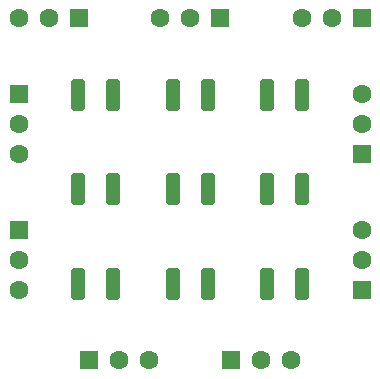
<source format=gbr>
%TF.GenerationSoftware,KiCad,Pcbnew,(6.0.8-1)-1*%
%TF.CreationDate,2024-05-20T17:10:48-04:00*%
%TF.ProjectId,3x3_6mSiPMs,3378335f-366d-4536-9950-4d732e6b6963,rev?*%
%TF.SameCoordinates,Original*%
%TF.FileFunction,Soldermask,Bot*%
%TF.FilePolarity,Negative*%
%FSLAX46Y46*%
G04 Gerber Fmt 4.6, Leading zero omitted, Abs format (unit mm)*
G04 Created by KiCad (PCBNEW (6.0.8-1)-1) date 2024-05-20 17:10:48*
%MOMM*%
%LPD*%
G01*
G04 APERTURE LIST*
G04 Aperture macros list*
%AMRoundRect*
0 Rectangle with rounded corners*
0 $1 Rounding radius*
0 $2 $3 $4 $5 $6 $7 $8 $9 X,Y pos of 4 corners*
0 Add a 4 corners polygon primitive as box body*
4,1,4,$2,$3,$4,$5,$6,$7,$8,$9,$2,$3,0*
0 Add four circle primitives for the rounded corners*
1,1,$1+$1,$2,$3*
1,1,$1+$1,$4,$5*
1,1,$1+$1,$6,$7*
1,1,$1+$1,$8,$9*
0 Add four rect primitives between the rounded corners*
20,1,$1+$1,$2,$3,$4,$5,0*
20,1,$1+$1,$4,$5,$6,$7,0*
20,1,$1+$1,$6,$7,$8,$9,0*
20,1,$1+$1,$8,$9,$2,$3,0*%
G04 Aperture macros list end*
%ADD10RoundRect,0.250000X0.325000X1.100000X-0.325000X1.100000X-0.325000X-1.100000X0.325000X-1.100000X0*%
%ADD11RoundRect,0.102000X0.699000X0.699000X-0.699000X0.699000X-0.699000X-0.699000X0.699000X-0.699000X0*%
%ADD12C,1.602000*%
%ADD13RoundRect,0.102000X0.699000X-0.699000X0.699000X0.699000X-0.699000X0.699000X-0.699000X-0.699000X0*%
%ADD14RoundRect,0.102000X-0.699000X-0.699000X0.699000X-0.699000X0.699000X0.699000X-0.699000X0.699000X0*%
%ADD15RoundRect,0.102000X-0.699000X0.699000X-0.699000X-0.699000X0.699000X-0.699000X0.699000X0.699000X0*%
G04 APERTURE END LIST*
D10*
%TO.C,10 nF*%
X106525000Y-58000000D03*
X109475000Y-58000000D03*
%TD*%
%TO.C,10 nF*%
X98525000Y-58000000D03*
X101475000Y-58000000D03*
%TD*%
%TO.C,10 nF*%
X90525000Y-58000000D03*
X93475000Y-58000000D03*
%TD*%
%TO.C,10 nF*%
X106525000Y-50000000D03*
X109475000Y-50000000D03*
%TD*%
%TO.C,10 nF*%
X98525000Y-50000000D03*
X101475000Y-50000000D03*
%TD*%
%TO.C,10 nF*%
X90525000Y-50000000D03*
X93475000Y-50000000D03*
%TD*%
%TO.C,10 nF*%
X106525000Y-42000000D03*
X109475000Y-42000000D03*
%TD*%
%TO.C,10 nF*%
X98525000Y-42000000D03*
X101475000Y-42000000D03*
%TD*%
%TO.C,10 nF*%
X90525000Y-42000000D03*
X93475000Y-42000000D03*
%TD*%
D11*
%TO.C,REF\u002A\u002A*%
X114540000Y-35500000D03*
D12*
X112000000Y-35500000D03*
X109460000Y-35500000D03*
%TD*%
%TO.C,REF\u002A\u002A*%
X114500000Y-41960000D03*
X114500000Y-44500000D03*
D13*
X114500000Y-47040000D03*
%TD*%
D14*
%TO.C,REF\u002A\u002A*%
X91460000Y-64500000D03*
D12*
X94000000Y-64500000D03*
X96540000Y-64500000D03*
%TD*%
D15*
%TO.C,REF\u002A\u002A*%
X85500000Y-53460000D03*
D12*
X85500000Y-56000000D03*
X85500000Y-58540000D03*
%TD*%
D13*
%TO.C,REF\u002A\u002A*%
X114500000Y-58540000D03*
D12*
X114500000Y-56000000D03*
X114500000Y-53460000D03*
%TD*%
D14*
%TO.C,REF\u002A\u002A*%
X103460000Y-64500000D03*
D12*
X106000000Y-64500000D03*
X108540000Y-64500000D03*
%TD*%
%TO.C,REF\u002A\u002A*%
X85460000Y-35500000D03*
X88000000Y-35500000D03*
D11*
X90540000Y-35500000D03*
%TD*%
D15*
%TO.C,REF\u002A\u002A*%
X85500000Y-41960000D03*
D12*
X85500000Y-44500000D03*
X85500000Y-47040000D03*
%TD*%
D11*
%TO.C,REF\u002A\u002A*%
X102540000Y-35500000D03*
D12*
X100000000Y-35500000D03*
X97460000Y-35500000D03*
%TD*%
M02*

</source>
